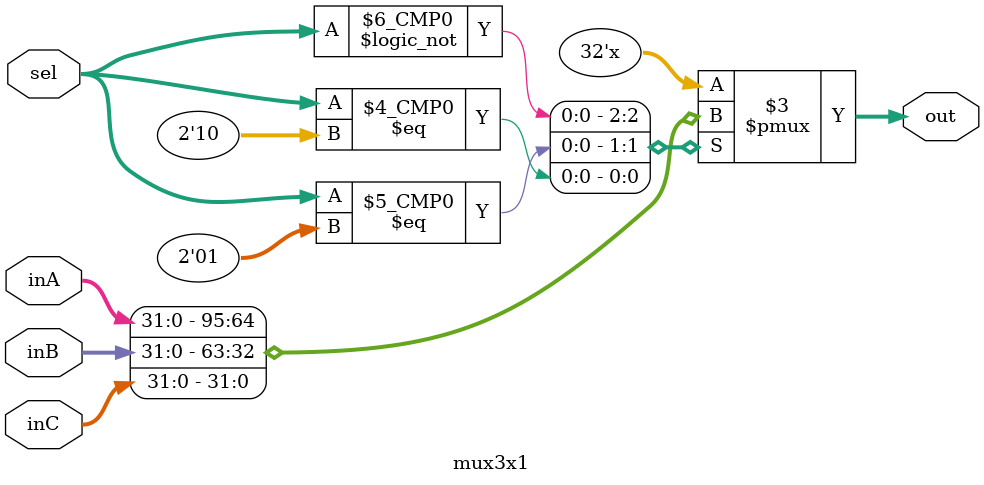
<source format=v>
module mux3x1(
    input        [1:0]  sel,
    input       [31:0]  inA,
    input       [31:0]  inB,
    input       [31:0]  inC,
    output  reg [31:0]  out
);

always @* begin
    case (sel)
        2'b00: out = inA;
        2'b01: out = inB;
        2'b10: out = inC;
    endcase
end

endmodule
</source>
